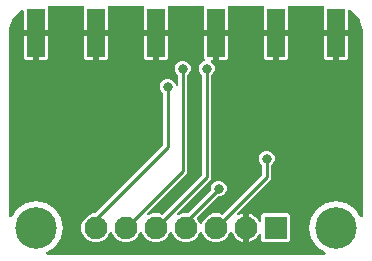
<source format=gbr>
G04 EAGLE Gerber RS-274X export*
G75*
%MOMM*%
%FSLAX34Y34*%
%LPD*%
%INBottom Copper*%
%IPPOS*%
%AMOC8*
5,1,8,0,0,1.08239X$1,22.5*%
G01*
%ADD10R,1.524000X4.064000*%
%ADD11C,3.516000*%
%ADD12R,1.930400X1.930400*%
%ADD13C,1.930400*%
%ADD14C,0.800100*%
%ADD15C,0.254000*%

G36*
X269500Y2554D02*
X269500Y2554D01*
X269604Y2558D01*
X269657Y2574D01*
X269711Y2581D01*
X269808Y2619D01*
X269909Y2649D01*
X269956Y2677D01*
X270007Y2698D01*
X270092Y2759D01*
X270181Y2813D01*
X270220Y2852D01*
X270264Y2884D01*
X270331Y2965D01*
X270404Y3039D01*
X270432Y3087D01*
X270467Y3129D01*
X270512Y3224D01*
X270564Y3314D01*
X270579Y3367D01*
X270603Y3417D01*
X270622Y3520D01*
X270651Y3620D01*
X270652Y3675D01*
X270663Y3729D01*
X270656Y3834D01*
X270659Y3938D01*
X270646Y3992D01*
X270643Y4047D01*
X270611Y4146D01*
X270587Y4248D01*
X270562Y4297D01*
X270545Y4349D01*
X270489Y4438D01*
X270441Y4530D01*
X270404Y4572D01*
X270375Y4618D01*
X270299Y4690D01*
X270229Y4768D01*
X270159Y4821D01*
X270143Y4836D01*
X270130Y4843D01*
X270101Y4865D01*
X263366Y9366D01*
X258450Y16722D01*
X256724Y25400D01*
X258450Y34078D01*
X263366Y41434D01*
X270722Y46350D01*
X279400Y48076D01*
X288078Y46350D01*
X295434Y41434D01*
X299935Y34699D01*
X300003Y34620D01*
X300064Y34535D01*
X300107Y34500D01*
X300143Y34459D01*
X300229Y34399D01*
X300309Y34333D01*
X300359Y34309D01*
X300405Y34278D01*
X300503Y34242D01*
X300597Y34197D01*
X300651Y34187D01*
X300703Y34168D01*
X300807Y34157D01*
X300910Y34137D01*
X300965Y34141D01*
X301019Y34135D01*
X301123Y34151D01*
X301227Y34157D01*
X301279Y34174D01*
X301334Y34182D01*
X301430Y34223D01*
X301529Y34255D01*
X301576Y34285D01*
X301627Y34306D01*
X301710Y34369D01*
X301798Y34425D01*
X301836Y34465D01*
X301880Y34499D01*
X301945Y34581D01*
X302016Y34657D01*
X302043Y34705D01*
X302077Y34748D01*
X302119Y34844D01*
X302170Y34935D01*
X302183Y34989D01*
X302206Y35039D01*
X302223Y35142D01*
X302249Y35243D01*
X302255Y35331D01*
X302258Y35353D01*
X302257Y35368D01*
X302259Y35404D01*
X302259Y190500D01*
X302257Y190522D01*
X302255Y190600D01*
X301990Y193977D01*
X301976Y194045D01*
X301971Y194114D01*
X301931Y194270D01*
X299844Y200694D01*
X299794Y200801D01*
X299750Y200912D01*
X299717Y200963D01*
X299709Y200982D01*
X299696Y200997D01*
X299664Y201048D01*
X295693Y206512D01*
X295612Y206599D01*
X295536Y206691D01*
X295490Y206729D01*
X295476Y206744D01*
X295458Y206755D01*
X295412Y206793D01*
X291576Y209581D01*
X291541Y209600D01*
X291511Y209625D01*
X291402Y209676D01*
X291297Y209734D01*
X291259Y209744D01*
X291223Y209761D01*
X291106Y209783D01*
X290989Y209813D01*
X290949Y209813D01*
X290910Y209820D01*
X290791Y209813D01*
X290671Y209813D01*
X290633Y209803D01*
X290593Y209801D01*
X290479Y209764D01*
X290363Y209734D01*
X290328Y209715D01*
X290291Y209703D01*
X290189Y209639D01*
X290084Y209581D01*
X290055Y209554D01*
X290022Y209533D01*
X289940Y209445D01*
X289853Y209363D01*
X289831Y209330D01*
X289804Y209301D01*
X289746Y209196D01*
X289682Y209095D01*
X289670Y209057D01*
X289650Y209022D01*
X289621Y208907D01*
X289583Y208793D01*
X289581Y208753D01*
X289571Y208714D01*
X289561Y208554D01*
X289561Y193039D01*
X280670Y193039D01*
X280552Y193024D01*
X280433Y193017D01*
X280395Y193004D01*
X280355Y192999D01*
X280244Y192955D01*
X280131Y192919D01*
X280096Y192897D01*
X280059Y192882D01*
X279963Y192812D01*
X279862Y192749D01*
X279834Y192719D01*
X279802Y192695D01*
X279726Y192604D01*
X279644Y192517D01*
X279625Y192482D01*
X279599Y192450D01*
X279548Y192343D01*
X279491Y192239D01*
X279480Y192199D01*
X279463Y192163D01*
X279441Y192046D01*
X279411Y191931D01*
X279407Y191870D01*
X279403Y191850D01*
X279405Y191830D01*
X279401Y191770D01*
X279401Y190499D01*
X279399Y190499D01*
X279399Y191770D01*
X279384Y191888D01*
X279377Y192007D01*
X279364Y192045D01*
X279359Y192085D01*
X279315Y192196D01*
X279279Y192309D01*
X279257Y192344D01*
X279242Y192381D01*
X279172Y192477D01*
X279109Y192578D01*
X279079Y192606D01*
X279055Y192638D01*
X278964Y192714D01*
X278877Y192796D01*
X278842Y192815D01*
X278810Y192841D01*
X278703Y192892D01*
X278599Y192949D01*
X278559Y192960D01*
X278523Y192977D01*
X278406Y192999D01*
X278291Y193029D01*
X278230Y193033D01*
X278210Y193037D01*
X278190Y193035D01*
X278130Y193039D01*
X269239Y193039D01*
X269239Y211154D01*
X269402Y211761D01*
X269419Y211886D01*
X269443Y212010D01*
X269441Y212043D01*
X269445Y212077D01*
X269431Y212202D01*
X269423Y212327D01*
X269412Y212359D01*
X269409Y212392D01*
X269364Y212510D01*
X269325Y212629D01*
X269307Y212658D01*
X269295Y212689D01*
X269222Y212792D01*
X269155Y212898D01*
X269130Y212921D01*
X269111Y212949D01*
X269015Y213030D01*
X268923Y213116D01*
X268894Y213132D01*
X268868Y213154D01*
X268755Y213209D01*
X268645Y213270D01*
X268612Y213278D01*
X268582Y213293D01*
X268458Y213318D01*
X268337Y213349D01*
X268288Y213352D01*
X268270Y213356D01*
X268248Y213355D01*
X268176Y213359D01*
X239824Y213359D01*
X239699Y213344D01*
X239574Y213334D01*
X239542Y213324D01*
X239509Y213319D01*
X239392Y213273D01*
X239272Y213233D01*
X239244Y213215D01*
X239213Y213202D01*
X239111Y213129D01*
X239006Y213060D01*
X238983Y213035D01*
X238956Y213016D01*
X238875Y212919D01*
X238790Y212826D01*
X238774Y212797D01*
X238753Y212771D01*
X238699Y212657D01*
X238640Y212546D01*
X238632Y212513D01*
X238617Y212483D01*
X238594Y212359D01*
X238563Y212237D01*
X238564Y212204D01*
X238557Y212171D01*
X238565Y212045D01*
X238566Y211919D01*
X238576Y211871D01*
X238577Y211853D01*
X238584Y211833D01*
X238598Y211761D01*
X238761Y211154D01*
X238761Y193039D01*
X229870Y193039D01*
X229752Y193024D01*
X229633Y193017D01*
X229595Y193004D01*
X229555Y192999D01*
X229444Y192955D01*
X229331Y192919D01*
X229296Y192897D01*
X229259Y192882D01*
X229163Y192812D01*
X229062Y192749D01*
X229034Y192719D01*
X229002Y192695D01*
X228926Y192604D01*
X228844Y192517D01*
X228825Y192482D01*
X228799Y192450D01*
X228748Y192343D01*
X228691Y192239D01*
X228680Y192199D01*
X228663Y192163D01*
X228641Y192046D01*
X228611Y191931D01*
X228607Y191870D01*
X228603Y191850D01*
X228605Y191830D01*
X228601Y191770D01*
X228601Y190499D01*
X228599Y190499D01*
X228599Y191770D01*
X228584Y191888D01*
X228577Y192007D01*
X228564Y192045D01*
X228559Y192085D01*
X228515Y192196D01*
X228479Y192309D01*
X228457Y192344D01*
X228442Y192381D01*
X228372Y192477D01*
X228309Y192578D01*
X228279Y192606D01*
X228255Y192638D01*
X228164Y192714D01*
X228077Y192796D01*
X228042Y192815D01*
X228010Y192841D01*
X227903Y192892D01*
X227799Y192949D01*
X227759Y192960D01*
X227723Y192977D01*
X227606Y192999D01*
X227491Y193029D01*
X227430Y193033D01*
X227410Y193037D01*
X227390Y193035D01*
X227330Y193039D01*
X218439Y193039D01*
X218439Y211154D01*
X218602Y211761D01*
X218619Y211886D01*
X218643Y212010D01*
X218641Y212043D01*
X218645Y212077D01*
X218631Y212202D01*
X218623Y212327D01*
X218612Y212359D01*
X218609Y212392D01*
X218564Y212510D01*
X218525Y212629D01*
X218507Y212658D01*
X218495Y212689D01*
X218422Y212792D01*
X218355Y212898D01*
X218330Y212921D01*
X218311Y212949D01*
X218215Y213030D01*
X218123Y213116D01*
X218094Y213132D01*
X218068Y213154D01*
X217955Y213209D01*
X217845Y213270D01*
X217812Y213278D01*
X217782Y213293D01*
X217658Y213318D01*
X217537Y213349D01*
X217488Y213352D01*
X217470Y213356D01*
X217448Y213355D01*
X217376Y213359D01*
X189024Y213359D01*
X188899Y213343D01*
X188774Y213334D01*
X188742Y213324D01*
X188709Y213319D01*
X188591Y213273D01*
X188472Y213233D01*
X188444Y213215D01*
X188413Y213202D01*
X188311Y213128D01*
X188206Y213060D01*
X188183Y213035D01*
X188155Y213016D01*
X188075Y212919D01*
X187990Y212826D01*
X187974Y212797D01*
X187953Y212771D01*
X187899Y212657D01*
X187840Y212546D01*
X187831Y212513D01*
X187817Y212483D01*
X187794Y212360D01*
X187763Y212237D01*
X187764Y212204D01*
X187757Y212171D01*
X187765Y212045D01*
X187766Y211919D01*
X187776Y211871D01*
X187777Y211853D01*
X187784Y211833D01*
X187798Y211761D01*
X187961Y211155D01*
X187961Y193039D01*
X179070Y193039D01*
X178952Y193024D01*
X178833Y193017D01*
X178795Y193004D01*
X178755Y192999D01*
X178644Y192955D01*
X178531Y192919D01*
X178496Y192897D01*
X178459Y192882D01*
X178363Y192812D01*
X178262Y192749D01*
X178234Y192719D01*
X178202Y192695D01*
X178126Y192604D01*
X178044Y192517D01*
X178025Y192482D01*
X177999Y192450D01*
X177948Y192343D01*
X177891Y192239D01*
X177880Y192199D01*
X177863Y192163D01*
X177841Y192046D01*
X177811Y191931D01*
X177807Y191870D01*
X177803Y191850D01*
X177805Y191830D01*
X177801Y191770D01*
X177801Y190499D01*
X177799Y190499D01*
X177799Y191770D01*
X177784Y191888D01*
X177777Y192007D01*
X177764Y192045D01*
X177759Y192085D01*
X177715Y192196D01*
X177679Y192309D01*
X177657Y192344D01*
X177642Y192381D01*
X177572Y192477D01*
X177509Y192578D01*
X177479Y192606D01*
X177455Y192638D01*
X177364Y192714D01*
X177277Y192796D01*
X177242Y192815D01*
X177210Y192841D01*
X177103Y192892D01*
X176999Y192949D01*
X176959Y192960D01*
X176923Y192977D01*
X176806Y192999D01*
X176691Y193029D01*
X176630Y193033D01*
X176610Y193037D01*
X176590Y193035D01*
X176530Y193039D01*
X167639Y193039D01*
X167639Y211155D01*
X167802Y211761D01*
X167819Y211886D01*
X167843Y212010D01*
X167841Y212043D01*
X167845Y212077D01*
X167831Y212202D01*
X167823Y212327D01*
X167813Y212359D01*
X167809Y212392D01*
X167764Y212510D01*
X167725Y212629D01*
X167707Y212658D01*
X167695Y212689D01*
X167622Y212792D01*
X167555Y212898D01*
X167530Y212921D01*
X167511Y212949D01*
X167415Y213030D01*
X167323Y213116D01*
X167294Y213132D01*
X167268Y213154D01*
X167154Y213209D01*
X167045Y213270D01*
X167012Y213278D01*
X166982Y213293D01*
X166858Y213318D01*
X166737Y213349D01*
X166688Y213352D01*
X166670Y213356D01*
X166648Y213355D01*
X166576Y213359D01*
X138224Y213359D01*
X138099Y213344D01*
X137974Y213334D01*
X137942Y213324D01*
X137909Y213319D01*
X137792Y213273D01*
X137672Y213233D01*
X137644Y213215D01*
X137613Y213202D01*
X137511Y213129D01*
X137406Y213060D01*
X137383Y213035D01*
X137356Y213016D01*
X137275Y212919D01*
X137190Y212826D01*
X137174Y212797D01*
X137153Y212771D01*
X137099Y212657D01*
X137040Y212546D01*
X137032Y212513D01*
X137017Y212483D01*
X136994Y212359D01*
X136963Y212237D01*
X136964Y212204D01*
X136957Y212171D01*
X136965Y212045D01*
X136966Y211919D01*
X136976Y211871D01*
X136977Y211853D01*
X136984Y211833D01*
X136998Y211761D01*
X137161Y211154D01*
X137161Y193039D01*
X128270Y193039D01*
X128152Y193024D01*
X128033Y193017D01*
X127995Y193004D01*
X127955Y192999D01*
X127844Y192955D01*
X127731Y192919D01*
X127696Y192897D01*
X127659Y192882D01*
X127563Y192812D01*
X127462Y192749D01*
X127434Y192719D01*
X127402Y192695D01*
X127326Y192604D01*
X127244Y192517D01*
X127225Y192482D01*
X127199Y192450D01*
X127148Y192343D01*
X127091Y192239D01*
X127080Y192199D01*
X127063Y192163D01*
X127041Y192046D01*
X127011Y191931D01*
X127007Y191870D01*
X127003Y191850D01*
X127005Y191830D01*
X127001Y191770D01*
X127001Y190499D01*
X126999Y190499D01*
X126999Y191770D01*
X126984Y191888D01*
X126977Y192007D01*
X126964Y192045D01*
X126959Y192085D01*
X126915Y192196D01*
X126879Y192309D01*
X126857Y192344D01*
X126842Y192381D01*
X126772Y192477D01*
X126709Y192578D01*
X126679Y192606D01*
X126655Y192638D01*
X126564Y192714D01*
X126477Y192796D01*
X126442Y192815D01*
X126410Y192841D01*
X126303Y192892D01*
X126199Y192949D01*
X126159Y192960D01*
X126123Y192977D01*
X126006Y192999D01*
X125891Y193029D01*
X125830Y193033D01*
X125810Y193037D01*
X125790Y193035D01*
X125730Y193039D01*
X116839Y193039D01*
X116839Y211155D01*
X117002Y211761D01*
X117019Y211886D01*
X117043Y212010D01*
X117041Y212043D01*
X117045Y212077D01*
X117031Y212202D01*
X117023Y212327D01*
X117013Y212359D01*
X117009Y212392D01*
X116964Y212510D01*
X116925Y212629D01*
X116907Y212658D01*
X116895Y212689D01*
X116822Y212792D01*
X116755Y212898D01*
X116730Y212921D01*
X116711Y212949D01*
X116615Y213030D01*
X116523Y213116D01*
X116494Y213132D01*
X116468Y213154D01*
X116354Y213209D01*
X116245Y213270D01*
X116212Y213278D01*
X116182Y213293D01*
X116058Y213318D01*
X115937Y213349D01*
X115888Y213352D01*
X115870Y213356D01*
X115848Y213355D01*
X115776Y213359D01*
X87424Y213359D01*
X87299Y213343D01*
X87174Y213334D01*
X87142Y213324D01*
X87109Y213319D01*
X86991Y213273D01*
X86872Y213233D01*
X86844Y213215D01*
X86813Y213202D01*
X86711Y213128D01*
X86606Y213060D01*
X86583Y213035D01*
X86555Y213016D01*
X86475Y212919D01*
X86390Y212826D01*
X86374Y212797D01*
X86353Y212771D01*
X86299Y212657D01*
X86240Y212546D01*
X86231Y212513D01*
X86217Y212483D01*
X86194Y212360D01*
X86163Y212237D01*
X86164Y212204D01*
X86157Y212171D01*
X86165Y212045D01*
X86166Y211919D01*
X86176Y211871D01*
X86177Y211853D01*
X86184Y211833D01*
X86198Y211761D01*
X86361Y211155D01*
X86361Y193039D01*
X77470Y193039D01*
X77352Y193024D01*
X77233Y193017D01*
X77195Y193004D01*
X77155Y192999D01*
X77044Y192955D01*
X76931Y192919D01*
X76896Y192897D01*
X76859Y192882D01*
X76763Y192812D01*
X76662Y192749D01*
X76634Y192719D01*
X76602Y192695D01*
X76526Y192604D01*
X76444Y192517D01*
X76425Y192482D01*
X76399Y192450D01*
X76348Y192343D01*
X76291Y192239D01*
X76280Y192199D01*
X76263Y192163D01*
X76241Y192046D01*
X76211Y191931D01*
X76207Y191870D01*
X76203Y191850D01*
X76205Y191830D01*
X76201Y191770D01*
X76201Y190499D01*
X76199Y190499D01*
X76199Y191770D01*
X76184Y191888D01*
X76177Y192007D01*
X76164Y192045D01*
X76159Y192085D01*
X76115Y192196D01*
X76079Y192309D01*
X76057Y192344D01*
X76042Y192381D01*
X75972Y192477D01*
X75909Y192578D01*
X75879Y192606D01*
X75855Y192638D01*
X75764Y192714D01*
X75677Y192796D01*
X75642Y192815D01*
X75610Y192841D01*
X75503Y192892D01*
X75399Y192949D01*
X75359Y192960D01*
X75323Y192977D01*
X75206Y192999D01*
X75091Y193029D01*
X75030Y193033D01*
X75010Y193037D01*
X74990Y193035D01*
X74930Y193039D01*
X66039Y193039D01*
X66039Y211155D01*
X66202Y211761D01*
X66219Y211886D01*
X66243Y212010D01*
X66241Y212043D01*
X66245Y212077D01*
X66231Y212202D01*
X66223Y212327D01*
X66213Y212359D01*
X66209Y212392D01*
X66164Y212510D01*
X66125Y212629D01*
X66107Y212658D01*
X66095Y212689D01*
X66022Y212792D01*
X65955Y212898D01*
X65930Y212921D01*
X65911Y212949D01*
X65815Y213030D01*
X65723Y213116D01*
X65694Y213132D01*
X65668Y213154D01*
X65554Y213209D01*
X65445Y213270D01*
X65412Y213278D01*
X65382Y213293D01*
X65258Y213318D01*
X65137Y213349D01*
X65088Y213352D01*
X65070Y213356D01*
X65048Y213355D01*
X64976Y213359D01*
X36624Y213359D01*
X36499Y213343D01*
X36374Y213334D01*
X36342Y213324D01*
X36309Y213319D01*
X36191Y213273D01*
X36072Y213233D01*
X36044Y213215D01*
X36013Y213202D01*
X35911Y213128D01*
X35806Y213060D01*
X35783Y213035D01*
X35755Y213016D01*
X35675Y212919D01*
X35590Y212826D01*
X35574Y212797D01*
X35553Y212771D01*
X35499Y212657D01*
X35440Y212546D01*
X35431Y212513D01*
X35417Y212483D01*
X35394Y212360D01*
X35363Y212237D01*
X35364Y212204D01*
X35357Y212171D01*
X35365Y212045D01*
X35366Y211919D01*
X35376Y211871D01*
X35377Y211853D01*
X35384Y211833D01*
X35398Y211761D01*
X35561Y211155D01*
X35561Y193039D01*
X26670Y193039D01*
X26552Y193024D01*
X26433Y193017D01*
X26395Y193004D01*
X26355Y192999D01*
X26244Y192955D01*
X26131Y192919D01*
X26096Y192897D01*
X26059Y192882D01*
X25963Y192812D01*
X25862Y192749D01*
X25834Y192719D01*
X25802Y192695D01*
X25726Y192604D01*
X25644Y192517D01*
X25625Y192482D01*
X25599Y192450D01*
X25548Y192343D01*
X25491Y192239D01*
X25480Y192199D01*
X25463Y192163D01*
X25441Y192046D01*
X25411Y191931D01*
X25407Y191870D01*
X25403Y191850D01*
X25405Y191830D01*
X25401Y191770D01*
X25401Y190499D01*
X25399Y190499D01*
X25399Y191770D01*
X25384Y191888D01*
X25377Y192007D01*
X25364Y192045D01*
X25359Y192085D01*
X25315Y192196D01*
X25279Y192309D01*
X25257Y192344D01*
X25242Y192381D01*
X25172Y192477D01*
X25109Y192578D01*
X25079Y192606D01*
X25055Y192638D01*
X24964Y192714D01*
X24877Y192796D01*
X24842Y192815D01*
X24810Y192841D01*
X24703Y192892D01*
X24599Y192949D01*
X24559Y192960D01*
X24523Y192977D01*
X24406Y192999D01*
X24291Y193029D01*
X24230Y193033D01*
X24210Y193037D01*
X24190Y193035D01*
X24130Y193039D01*
X15239Y193039D01*
X15239Y208554D01*
X15234Y208593D01*
X15237Y208633D01*
X15214Y208751D01*
X15199Y208869D01*
X15185Y208906D01*
X15177Y208945D01*
X15126Y209054D01*
X15082Y209165D01*
X15059Y209197D01*
X15042Y209233D01*
X14966Y209325D01*
X14896Y209422D01*
X14865Y209448D01*
X14840Y209478D01*
X14743Y209549D01*
X14651Y209625D01*
X14615Y209642D01*
X14582Y209666D01*
X14471Y209710D01*
X14363Y209761D01*
X14324Y209768D01*
X14287Y209783D01*
X14168Y209798D01*
X14051Y209821D01*
X14011Y209818D01*
X13971Y209823D01*
X13852Y209808D01*
X13733Y209801D01*
X13695Y209789D01*
X13656Y209784D01*
X13544Y209740D01*
X13431Y209703D01*
X13397Y209681D01*
X13360Y209667D01*
X13224Y209581D01*
X9387Y206793D01*
X9301Y206712D01*
X9209Y206636D01*
X9171Y206590D01*
X9156Y206576D01*
X9145Y206558D01*
X9107Y206512D01*
X5136Y201048D01*
X5079Y200944D01*
X5015Y200844D01*
X4993Y200787D01*
X4983Y200769D01*
X4978Y200749D01*
X4956Y200694D01*
X2869Y194270D01*
X2856Y194202D01*
X2833Y194136D01*
X2810Y193977D01*
X2545Y190600D01*
X2546Y190578D01*
X2541Y190500D01*
X2541Y35404D01*
X2554Y35300D01*
X2558Y35196D01*
X2574Y35143D01*
X2581Y35089D01*
X2619Y34992D01*
X2649Y34891D01*
X2677Y34844D01*
X2698Y34793D01*
X2759Y34708D01*
X2813Y34619D01*
X2852Y34580D01*
X2884Y34535D01*
X2965Y34469D01*
X3039Y34396D01*
X3087Y34368D01*
X3129Y34333D01*
X3224Y34288D01*
X3314Y34236D01*
X3367Y34221D01*
X3417Y34197D01*
X3520Y34178D01*
X3620Y34149D01*
X3675Y34148D01*
X3729Y34137D01*
X3834Y34144D01*
X3938Y34141D01*
X3992Y34154D01*
X4047Y34157D01*
X4146Y34189D01*
X4248Y34213D01*
X4297Y34238D01*
X4349Y34255D01*
X4438Y34311D01*
X4530Y34359D01*
X4572Y34396D01*
X4618Y34425D01*
X4690Y34501D01*
X4768Y34571D01*
X4821Y34641D01*
X4836Y34657D01*
X4843Y34670D01*
X4865Y34699D01*
X9366Y41434D01*
X16722Y46350D01*
X25400Y48076D01*
X34078Y46350D01*
X41434Y41434D01*
X46350Y34078D01*
X48076Y25400D01*
X46350Y16722D01*
X41434Y9366D01*
X34699Y4865D01*
X34620Y4797D01*
X34536Y4736D01*
X34500Y4693D01*
X34459Y4657D01*
X34399Y4571D01*
X34333Y4491D01*
X34309Y4441D01*
X34278Y4395D01*
X34242Y4297D01*
X34197Y4203D01*
X34187Y4149D01*
X34168Y4097D01*
X34157Y3993D01*
X34137Y3890D01*
X34141Y3835D01*
X34135Y3781D01*
X34151Y3677D01*
X34157Y3573D01*
X34174Y3521D01*
X34182Y3466D01*
X34223Y3370D01*
X34255Y3271D01*
X34285Y3224D01*
X34306Y3173D01*
X34369Y3090D01*
X34425Y3002D01*
X34465Y2964D01*
X34499Y2920D01*
X34581Y2855D01*
X34657Y2784D01*
X34705Y2757D01*
X34748Y2723D01*
X34844Y2681D01*
X34935Y2630D01*
X34989Y2617D01*
X35039Y2594D01*
X35142Y2577D01*
X35243Y2551D01*
X35332Y2545D01*
X35353Y2542D01*
X35368Y2543D01*
X35404Y2541D01*
X269396Y2541D01*
X269500Y2554D01*
G37*
%LPC*%
G36*
X73775Y13207D02*
X73775Y13207D01*
X69293Y15063D01*
X65863Y18493D01*
X64007Y22975D01*
X64007Y27825D01*
X65863Y32307D01*
X69293Y35737D01*
X73775Y37593D01*
X74858Y37593D01*
X74956Y37605D01*
X75055Y37608D01*
X75113Y37625D01*
X75173Y37633D01*
X75265Y37669D01*
X75361Y37697D01*
X75413Y37727D01*
X75469Y37750D01*
X75549Y37808D01*
X75634Y37858D01*
X75710Y37924D01*
X75726Y37936D01*
X75734Y37946D01*
X75755Y37964D01*
X132978Y95187D01*
X133038Y95265D01*
X133106Y95337D01*
X133135Y95390D01*
X133172Y95438D01*
X133212Y95529D01*
X133260Y95616D01*
X133275Y95674D01*
X133299Y95730D01*
X133314Y95828D01*
X133339Y95924D01*
X133345Y96024D01*
X133349Y96044D01*
X133347Y96056D01*
X133349Y96084D01*
X133349Y138814D01*
X133337Y138912D01*
X133334Y139011D01*
X133317Y139070D01*
X133309Y139130D01*
X133273Y139222D01*
X133245Y139317D01*
X133215Y139369D01*
X133192Y139425D01*
X133134Y139506D01*
X133084Y139591D01*
X133018Y139666D01*
X133006Y139683D01*
X132996Y139691D01*
X132978Y139712D01*
X131615Y141075D01*
X130619Y143479D01*
X130619Y146081D01*
X131615Y148485D01*
X133455Y150325D01*
X135859Y151321D01*
X138461Y151321D01*
X140865Y150325D01*
X142705Y148485D01*
X143687Y146115D01*
X143722Y146054D01*
X143748Y145989D01*
X143800Y145916D01*
X143845Y145838D01*
X143893Y145788D01*
X143934Y145732D01*
X144004Y145674D01*
X144066Y145610D01*
X144126Y145573D01*
X144179Y145529D01*
X144261Y145491D01*
X144337Y145444D01*
X144404Y145423D01*
X144467Y145393D01*
X144555Y145376D01*
X144641Y145350D01*
X144711Y145347D01*
X144780Y145334D01*
X144869Y145339D01*
X144959Y145335D01*
X145027Y145349D01*
X145097Y145353D01*
X145182Y145381D01*
X145270Y145399D01*
X145333Y145430D01*
X145399Y145451D01*
X145475Y145499D01*
X145556Y145539D01*
X145609Y145584D01*
X145668Y145621D01*
X145730Y145687D01*
X145798Y145745D01*
X145838Y145802D01*
X145886Y145853D01*
X145929Y145932D01*
X145981Y146005D01*
X146006Y146071D01*
X146040Y146132D01*
X146062Y146218D01*
X146094Y146303D01*
X146102Y146372D01*
X146119Y146440D01*
X146129Y146600D01*
X146129Y153974D01*
X146117Y154072D01*
X146114Y154171D01*
X146097Y154230D01*
X146089Y154290D01*
X146053Y154382D01*
X146025Y154477D01*
X145995Y154529D01*
X145972Y154585D01*
X145914Y154665D01*
X145864Y154751D01*
X145798Y154826D01*
X145786Y154843D01*
X145776Y154851D01*
X145758Y154872D01*
X144315Y156315D01*
X143319Y158719D01*
X143319Y161321D01*
X144315Y163725D01*
X146155Y165565D01*
X148559Y166561D01*
X151161Y166561D01*
X153565Y165565D01*
X155405Y163725D01*
X156401Y161321D01*
X156401Y158719D01*
X155405Y156315D01*
X154122Y155032D01*
X154062Y154953D01*
X153994Y154881D01*
X153965Y154828D01*
X153928Y154780D01*
X153888Y154690D01*
X153840Y154603D01*
X153825Y154544D01*
X153801Y154489D01*
X153786Y154391D01*
X153761Y154295D01*
X153755Y154195D01*
X153751Y154175D01*
X153753Y154162D01*
X153751Y154134D01*
X153751Y72162D01*
X119881Y38291D01*
X119838Y38236D01*
X119788Y38188D01*
X119741Y38111D01*
X119686Y38040D01*
X119658Y37976D01*
X119621Y37917D01*
X119595Y37831D01*
X119559Y37748D01*
X119548Y37679D01*
X119528Y37613D01*
X119524Y37523D01*
X119509Y37434D01*
X119516Y37365D01*
X119513Y37295D01*
X119531Y37207D01*
X119539Y37118D01*
X119563Y37052D01*
X119577Y36984D01*
X119616Y36903D01*
X119647Y36818D01*
X119686Y36761D01*
X119717Y36698D01*
X119775Y36629D01*
X119825Y36555D01*
X119878Y36509D01*
X119923Y36456D01*
X119997Y36404D01*
X120064Y36345D01*
X120126Y36313D01*
X120183Y36273D01*
X120267Y36241D01*
X120347Y36200D01*
X120415Y36185D01*
X120480Y36160D01*
X120570Y36150D01*
X120657Y36130D01*
X120727Y36133D01*
X120797Y36125D01*
X120886Y36137D01*
X120975Y36140D01*
X121042Y36159D01*
X121111Y36169D01*
X121264Y36221D01*
X124575Y37593D01*
X129425Y37593D01*
X131738Y36635D01*
X131766Y36627D01*
X131792Y36614D01*
X131919Y36585D01*
X132044Y36551D01*
X132074Y36551D01*
X132103Y36544D01*
X132232Y36548D01*
X132362Y36546D01*
X132391Y36553D01*
X132421Y36554D01*
X132545Y36590D01*
X132672Y36620D01*
X132698Y36634D01*
X132726Y36642D01*
X132838Y36708D01*
X132953Y36769D01*
X132975Y36789D01*
X133000Y36804D01*
X133121Y36910D01*
X165998Y69787D01*
X166058Y69865D01*
X166126Y69937D01*
X166155Y69990D01*
X166192Y70038D01*
X166232Y70129D01*
X166280Y70216D01*
X166295Y70274D01*
X166319Y70330D01*
X166334Y70428D01*
X166359Y70524D01*
X166365Y70624D01*
X166369Y70644D01*
X166367Y70656D01*
X166369Y70684D01*
X166369Y154054D01*
X166357Y154152D01*
X166354Y154251D01*
X166337Y154310D01*
X166329Y154370D01*
X166293Y154462D01*
X166265Y154557D01*
X166235Y154609D01*
X166212Y154665D01*
X166154Y154745D01*
X166104Y154831D01*
X166038Y154906D01*
X166026Y154923D01*
X166016Y154931D01*
X165998Y154952D01*
X164635Y156315D01*
X163639Y158719D01*
X163639Y161321D01*
X164635Y163725D01*
X166475Y165565D01*
X168062Y166223D01*
X168105Y166248D01*
X168152Y166264D01*
X168243Y166326D01*
X168338Y166380D01*
X168374Y166415D01*
X168415Y166443D01*
X168488Y166525D01*
X168567Y166602D01*
X168593Y166644D01*
X168626Y166681D01*
X168676Y166779D01*
X168733Y166873D01*
X168748Y166920D01*
X168770Y166965D01*
X168794Y167072D01*
X168827Y167177D01*
X168829Y167226D01*
X168840Y167275D01*
X168837Y167385D01*
X168842Y167494D01*
X168832Y167543D01*
X168830Y167593D01*
X168800Y167698D01*
X168777Y167806D01*
X168756Y167851D01*
X168742Y167898D01*
X168686Y167993D01*
X168638Y168092D01*
X168605Y168129D01*
X168580Y168172D01*
X168474Y168293D01*
X168147Y168620D01*
X167812Y169199D01*
X167639Y169846D01*
X167639Y187961D01*
X175261Y187961D01*
X175261Y167639D01*
X174876Y167639D01*
X174738Y167622D01*
X174599Y167609D01*
X174580Y167602D01*
X174560Y167599D01*
X174431Y167548D01*
X174300Y167501D01*
X174283Y167490D01*
X174264Y167482D01*
X174152Y167400D01*
X174037Y167323D01*
X174024Y167307D01*
X174007Y167296D01*
X173918Y167188D01*
X173826Y167084D01*
X173817Y167066D01*
X173804Y167051D01*
X173745Y166925D01*
X173682Y166801D01*
X173677Y166781D01*
X173669Y166763D01*
X173642Y166626D01*
X173612Y166491D01*
X173613Y166470D01*
X173609Y166451D01*
X173618Y166312D01*
X173622Y166173D01*
X173627Y166153D01*
X173629Y166133D01*
X173671Y166001D01*
X173710Y165867D01*
X173721Y165850D01*
X173727Y165831D01*
X173801Y165713D01*
X173872Y165593D01*
X173890Y165572D01*
X173897Y165562D01*
X173912Y165548D01*
X173978Y165473D01*
X175725Y163725D01*
X176721Y161321D01*
X176721Y158719D01*
X175725Y156315D01*
X174362Y154952D01*
X174302Y154873D01*
X174234Y154801D01*
X174205Y154748D01*
X174168Y154700D01*
X174128Y154610D01*
X174080Y154523D01*
X174065Y154464D01*
X174041Y154409D01*
X174026Y154311D01*
X174001Y154215D01*
X173995Y154115D01*
X173991Y154095D01*
X173993Y154082D01*
X173991Y154054D01*
X173991Y67002D01*
X145281Y38291D01*
X145238Y38236D01*
X145188Y38188D01*
X145141Y38111D01*
X145086Y38040D01*
X145058Y37976D01*
X145021Y37917D01*
X144995Y37831D01*
X144959Y37748D01*
X144948Y37679D01*
X144928Y37613D01*
X144924Y37523D01*
X144909Y37434D01*
X144916Y37365D01*
X144913Y37295D01*
X144931Y37207D01*
X144939Y37118D01*
X144963Y37052D01*
X144977Y36984D01*
X145016Y36903D01*
X145047Y36818D01*
X145086Y36761D01*
X145117Y36698D01*
X145175Y36629D01*
X145225Y36555D01*
X145278Y36509D01*
X145323Y36456D01*
X145397Y36404D01*
X145464Y36345D01*
X145526Y36313D01*
X145583Y36273D01*
X145667Y36241D01*
X145747Y36200D01*
X145815Y36185D01*
X145880Y36160D01*
X145970Y36150D01*
X146057Y36130D01*
X146127Y36133D01*
X146197Y36125D01*
X146286Y36137D01*
X146375Y36140D01*
X146442Y36159D01*
X146511Y36169D01*
X146664Y36221D01*
X149975Y37593D01*
X153598Y37593D01*
X153696Y37605D01*
X153795Y37608D01*
X153853Y37625D01*
X153913Y37633D01*
X154005Y37669D01*
X154101Y37697D01*
X154153Y37727D01*
X154209Y37750D01*
X154289Y37808D01*
X154374Y37858D01*
X154450Y37924D01*
X154466Y37936D01*
X154474Y37946D01*
X154495Y37964D01*
X173427Y56896D01*
X173488Y56974D01*
X173556Y57047D01*
X173585Y57100D01*
X173622Y57147D01*
X173661Y57238D01*
X173709Y57325D01*
X173724Y57384D01*
X173748Y57439D01*
X173764Y57537D01*
X173789Y57633D01*
X173795Y57733D01*
X173798Y57753D01*
X173797Y57766D01*
X173799Y57794D01*
X173799Y59721D01*
X174795Y62125D01*
X176635Y63965D01*
X179039Y64961D01*
X181641Y64961D01*
X184045Y63965D01*
X185885Y62125D01*
X186881Y59721D01*
X186881Y57119D01*
X185885Y54715D01*
X184045Y52875D01*
X181641Y51879D01*
X179714Y51879D01*
X179616Y51866D01*
X179516Y51863D01*
X179458Y51847D01*
X179398Y51839D01*
X179306Y51802D01*
X179211Y51775D01*
X179159Y51744D01*
X179102Y51722D01*
X179022Y51664D01*
X178937Y51613D01*
X178862Y51547D01*
X178845Y51535D01*
X178837Y51526D01*
X178816Y51507D01*
X162074Y34764D01*
X162001Y34670D01*
X161922Y34581D01*
X161904Y34545D01*
X161879Y34513D01*
X161831Y34404D01*
X161777Y34298D01*
X161768Y34259D01*
X161752Y34221D01*
X161734Y34103D01*
X161708Y33988D01*
X161709Y33947D01*
X161703Y33907D01*
X161714Y33789D01*
X161717Y33670D01*
X161729Y33631D01*
X161732Y33591D01*
X161773Y33479D01*
X161806Y33364D01*
X161826Y33329D01*
X161840Y33291D01*
X161907Y33193D01*
X161967Y33090D01*
X162007Y33045D01*
X162019Y33028D01*
X162034Y33015D01*
X162074Y32969D01*
X162737Y32307D01*
X163927Y29432D01*
X163996Y29311D01*
X164061Y29188D01*
X164075Y29173D01*
X164085Y29155D01*
X164182Y29055D01*
X164275Y28953D01*
X164292Y28941D01*
X164306Y28927D01*
X164425Y28854D01*
X164541Y28778D01*
X164560Y28771D01*
X164577Y28761D01*
X164710Y28720D01*
X164842Y28675D01*
X164862Y28673D01*
X164881Y28667D01*
X165020Y28660D01*
X165159Y28649D01*
X165179Y28653D01*
X165199Y28652D01*
X165335Y28680D01*
X165472Y28704D01*
X165491Y28712D01*
X165510Y28716D01*
X165636Y28777D01*
X165762Y28834D01*
X165778Y28847D01*
X165796Y28856D01*
X165902Y28946D01*
X166010Y29033D01*
X166023Y29049D01*
X166038Y29062D01*
X166118Y29176D01*
X166202Y29287D01*
X166214Y29312D01*
X166221Y29322D01*
X166228Y29342D01*
X166273Y29432D01*
X167463Y32307D01*
X170893Y35737D01*
X175375Y37593D01*
X180225Y37593D01*
X182538Y36635D01*
X182566Y36627D01*
X182592Y36614D01*
X182719Y36585D01*
X182844Y36551D01*
X182874Y36551D01*
X182903Y36544D01*
X183032Y36548D01*
X183162Y36546D01*
X183191Y36553D01*
X183221Y36554D01*
X183345Y36590D01*
X183472Y36620D01*
X183498Y36634D01*
X183526Y36642D01*
X183638Y36708D01*
X183753Y36769D01*
X183775Y36789D01*
X183800Y36804D01*
X183921Y36910D01*
X216798Y69787D01*
X216858Y69865D01*
X216926Y69937D01*
X216955Y69990D01*
X216992Y70038D01*
X217032Y70129D01*
X217080Y70216D01*
X217095Y70274D01*
X217119Y70330D01*
X217134Y70428D01*
X217159Y70524D01*
X217165Y70624D01*
X217169Y70644D01*
X217167Y70656D01*
X217169Y70684D01*
X217169Y77854D01*
X217157Y77952D01*
X217154Y78051D01*
X217137Y78110D01*
X217129Y78170D01*
X217093Y78262D01*
X217065Y78357D01*
X217035Y78409D01*
X217012Y78465D01*
X216954Y78546D01*
X216904Y78631D01*
X216838Y78706D01*
X216826Y78723D01*
X216816Y78731D01*
X216798Y78752D01*
X215435Y80115D01*
X214439Y82519D01*
X214439Y85121D01*
X215435Y87525D01*
X217275Y89365D01*
X219679Y90361D01*
X222281Y90361D01*
X224685Y89365D01*
X226525Y87525D01*
X227521Y85121D01*
X227521Y82519D01*
X226525Y80115D01*
X225162Y78752D01*
X225102Y78673D01*
X225034Y78601D01*
X225005Y78548D01*
X224968Y78500D01*
X224928Y78410D01*
X224880Y78323D01*
X224865Y78264D01*
X224841Y78209D01*
X224826Y78111D01*
X224801Y78015D01*
X224795Y77915D01*
X224791Y77895D01*
X224793Y77882D01*
X224791Y77854D01*
X224791Y67002D01*
X195968Y38178D01*
X195894Y38084D01*
X195816Y37995D01*
X195797Y37959D01*
X195773Y37927D01*
X195725Y37818D01*
X195671Y37711D01*
X195662Y37672D01*
X195646Y37635D01*
X195628Y37517D01*
X195602Y37401D01*
X195603Y37361D01*
X195597Y37321D01*
X195608Y37202D01*
X195611Y37083D01*
X195623Y37045D01*
X195626Y37005D01*
X195667Y36892D01*
X195700Y36778D01*
X195720Y36743D01*
X195734Y36705D01*
X195801Y36606D01*
X195862Y36504D01*
X195890Y36475D01*
X195913Y36442D01*
X196002Y36363D01*
X196086Y36279D01*
X196121Y36258D01*
X196151Y36232D01*
X196257Y36177D01*
X196360Y36117D01*
X196398Y36105D01*
X196434Y36087D01*
X196551Y36061D01*
X196665Y36028D01*
X196705Y36026D01*
X196744Y36017D01*
X196864Y36021D01*
X196983Y36017D01*
X197022Y36026D01*
X197062Y36027D01*
X197177Y36060D01*
X197294Y36086D01*
X197348Y36110D01*
X197368Y36116D01*
X197385Y36126D01*
X197441Y36150D01*
X198520Y36699D01*
X200345Y37293D01*
X200701Y37349D01*
X200701Y26630D01*
X200716Y26512D01*
X200723Y26393D01*
X200735Y26355D01*
X200741Y26315D01*
X200784Y26204D01*
X200821Y26091D01*
X200843Y26057D01*
X200858Y26019D01*
X200927Y25923D01*
X200991Y25822D01*
X201021Y25794D01*
X201044Y25762D01*
X201136Y25686D01*
X201223Y25604D01*
X201258Y25585D01*
X201289Y25559D01*
X201397Y25508D01*
X201501Y25451D01*
X201541Y25441D01*
X201577Y25423D01*
X201684Y25403D01*
X201654Y25399D01*
X201544Y25355D01*
X201431Y25319D01*
X201396Y25297D01*
X201359Y25282D01*
X201262Y25212D01*
X201162Y25149D01*
X201134Y25119D01*
X201101Y25095D01*
X201025Y25004D01*
X200944Y24917D01*
X200924Y24882D01*
X200899Y24850D01*
X200848Y24743D01*
X200790Y24638D01*
X200780Y24599D01*
X200763Y24563D01*
X200741Y24446D01*
X200711Y24330D01*
X200707Y24270D01*
X200703Y24250D01*
X200705Y24230D01*
X200701Y24170D01*
X200701Y13451D01*
X200345Y13507D01*
X198520Y14101D01*
X196810Y14972D01*
X195257Y16100D01*
X193900Y17457D01*
X192772Y19010D01*
X191901Y20720D01*
X191714Y21292D01*
X191702Y21319D01*
X191695Y21349D01*
X191634Y21463D01*
X191579Y21580D01*
X191560Y21603D01*
X191546Y21630D01*
X191459Y21726D01*
X191376Y21825D01*
X191352Y21843D01*
X191332Y21865D01*
X191224Y21936D01*
X191119Y22012D01*
X191091Y22023D01*
X191066Y22040D01*
X190944Y22082D01*
X190823Y22130D01*
X190794Y22133D01*
X190766Y22143D01*
X190636Y22153D01*
X190508Y22170D01*
X190478Y22166D01*
X190449Y22168D01*
X190321Y22146D01*
X190192Y22130D01*
X190165Y22119D01*
X190135Y22114D01*
X190017Y22061D01*
X189897Y22013D01*
X189872Y21995D01*
X189845Y21983D01*
X189744Y21902D01*
X189639Y21826D01*
X189620Y21803D01*
X189597Y21785D01*
X189519Y21681D01*
X189436Y21581D01*
X189424Y21554D01*
X189406Y21531D01*
X189335Y21386D01*
X188137Y18493D01*
X184707Y15063D01*
X180225Y13207D01*
X175375Y13207D01*
X170893Y15063D01*
X167463Y18493D01*
X166273Y21368D01*
X166204Y21489D01*
X166139Y21612D01*
X166125Y21627D01*
X166115Y21645D01*
X166018Y21745D01*
X165925Y21847D01*
X165908Y21859D01*
X165894Y21873D01*
X165776Y21946D01*
X165659Y22022D01*
X165640Y22029D01*
X165623Y22039D01*
X165490Y22080D01*
X165358Y22125D01*
X165338Y22127D01*
X165319Y22133D01*
X165180Y22140D01*
X165041Y22151D01*
X165021Y22147D01*
X165001Y22148D01*
X164865Y22120D01*
X164728Y22096D01*
X164709Y22088D01*
X164690Y22084D01*
X164565Y22023D01*
X164438Y21966D01*
X164422Y21953D01*
X164404Y21944D01*
X164298Y21854D01*
X164190Y21767D01*
X164177Y21751D01*
X164162Y21738D01*
X164082Y21624D01*
X163998Y21513D01*
X163986Y21488D01*
X163979Y21478D01*
X163972Y21458D01*
X163927Y21368D01*
X162737Y18493D01*
X159307Y15063D01*
X154825Y13207D01*
X149975Y13207D01*
X145493Y15063D01*
X142063Y18493D01*
X140873Y21368D01*
X140804Y21489D01*
X140739Y21612D01*
X140725Y21627D01*
X140715Y21645D01*
X140618Y21745D01*
X140525Y21847D01*
X140508Y21859D01*
X140494Y21873D01*
X140376Y21946D01*
X140259Y22022D01*
X140240Y22029D01*
X140223Y22039D01*
X140090Y22080D01*
X139958Y22125D01*
X139938Y22127D01*
X139919Y22133D01*
X139780Y22140D01*
X139641Y22151D01*
X139621Y22147D01*
X139601Y22148D01*
X139465Y22120D01*
X139328Y22096D01*
X139309Y22088D01*
X139290Y22084D01*
X139165Y22023D01*
X139038Y21966D01*
X139022Y21953D01*
X139004Y21944D01*
X138898Y21854D01*
X138790Y21767D01*
X138777Y21751D01*
X138762Y21738D01*
X138682Y21624D01*
X138598Y21513D01*
X138586Y21488D01*
X138579Y21478D01*
X138572Y21458D01*
X138527Y21368D01*
X137337Y18493D01*
X133907Y15063D01*
X129425Y13207D01*
X124575Y13207D01*
X120093Y15063D01*
X116663Y18493D01*
X115473Y21368D01*
X115404Y21489D01*
X115339Y21612D01*
X115325Y21627D01*
X115315Y21645D01*
X115218Y21745D01*
X115125Y21847D01*
X115108Y21859D01*
X115094Y21873D01*
X114976Y21946D01*
X114859Y22022D01*
X114840Y22029D01*
X114823Y22039D01*
X114690Y22080D01*
X114558Y22125D01*
X114538Y22127D01*
X114519Y22133D01*
X114380Y22140D01*
X114241Y22151D01*
X114221Y22147D01*
X114201Y22148D01*
X114065Y22120D01*
X113928Y22096D01*
X113909Y22088D01*
X113890Y22084D01*
X113765Y22023D01*
X113638Y21966D01*
X113622Y21953D01*
X113604Y21944D01*
X113498Y21854D01*
X113390Y21767D01*
X113377Y21751D01*
X113362Y21738D01*
X113282Y21624D01*
X113198Y21513D01*
X113186Y21488D01*
X113179Y21478D01*
X113172Y21458D01*
X113127Y21368D01*
X111937Y18493D01*
X108507Y15063D01*
X104025Y13207D01*
X99175Y13207D01*
X94693Y15063D01*
X91263Y18493D01*
X90073Y21368D01*
X90004Y21489D01*
X89939Y21612D01*
X89925Y21627D01*
X89915Y21645D01*
X89818Y21745D01*
X89725Y21847D01*
X89708Y21859D01*
X89694Y21873D01*
X89576Y21946D01*
X89459Y22022D01*
X89440Y22029D01*
X89423Y22039D01*
X89290Y22080D01*
X89158Y22125D01*
X89138Y22127D01*
X89119Y22133D01*
X88980Y22140D01*
X88841Y22151D01*
X88821Y22147D01*
X88801Y22148D01*
X88665Y22120D01*
X88528Y22096D01*
X88509Y22088D01*
X88490Y22084D01*
X88365Y22023D01*
X88238Y21966D01*
X88222Y21953D01*
X88204Y21944D01*
X88098Y21854D01*
X87990Y21767D01*
X87977Y21751D01*
X87962Y21738D01*
X87882Y21624D01*
X87798Y21513D01*
X87786Y21488D01*
X87779Y21478D01*
X87772Y21458D01*
X87727Y21368D01*
X86537Y18493D01*
X83107Y15063D01*
X78625Y13207D01*
X73775Y13207D01*
G37*
%LPD*%
%LPC*%
G36*
X217896Y13207D02*
X217896Y13207D01*
X216407Y14696D01*
X216407Y19177D01*
X216405Y19197D01*
X216407Y19217D01*
X216385Y19354D01*
X216367Y19493D01*
X216360Y19511D01*
X216357Y19531D01*
X216302Y19659D01*
X216250Y19788D01*
X216239Y19804D01*
X216231Y19823D01*
X216145Y19933D01*
X216064Y20046D01*
X216048Y20058D01*
X216036Y20074D01*
X215926Y20160D01*
X215819Y20249D01*
X215801Y20257D01*
X215785Y20269D01*
X215657Y20325D01*
X215531Y20384D01*
X215511Y20388D01*
X215493Y20396D01*
X215355Y20418D01*
X215219Y20444D01*
X215199Y20443D01*
X215179Y20446D01*
X215040Y20433D01*
X214901Y20424D01*
X214882Y20418D01*
X214862Y20416D01*
X214731Y20369D01*
X214599Y20326D01*
X214582Y20315D01*
X214563Y20309D01*
X214448Y20230D01*
X214330Y20156D01*
X214316Y20141D01*
X214300Y20130D01*
X214207Y20026D01*
X214112Y19924D01*
X214102Y19907D01*
X214089Y19892D01*
X214007Y19753D01*
X213628Y19010D01*
X212500Y17457D01*
X211143Y16100D01*
X209590Y14972D01*
X207880Y14101D01*
X206055Y13507D01*
X205699Y13451D01*
X205699Y24170D01*
X205684Y24288D01*
X205677Y24407D01*
X205664Y24445D01*
X205659Y24485D01*
X205616Y24596D01*
X205579Y24709D01*
X205557Y24743D01*
X205542Y24781D01*
X205473Y24877D01*
X205409Y24978D01*
X205379Y25006D01*
X205356Y25038D01*
X205264Y25114D01*
X205177Y25196D01*
X205142Y25215D01*
X205111Y25241D01*
X205003Y25292D01*
X204899Y25349D01*
X204859Y25359D01*
X204823Y25377D01*
X204716Y25397D01*
X204746Y25401D01*
X204856Y25445D01*
X204969Y25481D01*
X205004Y25503D01*
X205041Y25518D01*
X205137Y25588D01*
X205238Y25651D01*
X205266Y25681D01*
X205299Y25705D01*
X205375Y25796D01*
X205456Y25883D01*
X205476Y25918D01*
X205501Y25950D01*
X205552Y26057D01*
X205610Y26162D01*
X205620Y26201D01*
X205637Y26237D01*
X205659Y26354D01*
X205689Y26470D01*
X205693Y26530D01*
X205697Y26550D01*
X205695Y26570D01*
X205697Y26576D01*
X205696Y26583D01*
X205699Y26630D01*
X205699Y37349D01*
X206055Y37293D01*
X207880Y36699D01*
X209590Y35828D01*
X211143Y34700D01*
X212500Y33343D01*
X213628Y31790D01*
X214007Y31047D01*
X214018Y31030D01*
X214026Y31012D01*
X214107Y30899D01*
X214186Y30784D01*
X214201Y30770D01*
X214212Y30754D01*
X214320Y30665D01*
X214424Y30573D01*
X214442Y30564D01*
X214457Y30552D01*
X214583Y30492D01*
X214708Y30429D01*
X214727Y30424D01*
X214745Y30416D01*
X214882Y30390D01*
X215018Y30359D01*
X215038Y30360D01*
X215058Y30356D01*
X215197Y30365D01*
X215336Y30369D01*
X215355Y30375D01*
X215375Y30376D01*
X215507Y30419D01*
X215641Y30458D01*
X215659Y30468D01*
X215677Y30474D01*
X215795Y30549D01*
X215915Y30619D01*
X215929Y30633D01*
X215946Y30644D01*
X216042Y30746D01*
X216140Y30844D01*
X216150Y30861D01*
X216164Y30876D01*
X216231Y30998D01*
X216302Y31118D01*
X216308Y31137D01*
X216318Y31154D01*
X216352Y31289D01*
X216391Y31423D01*
X216392Y31443D01*
X216397Y31462D01*
X216407Y31623D01*
X216407Y36104D01*
X217896Y37593D01*
X239304Y37593D01*
X240793Y36104D01*
X240793Y14696D01*
X239304Y13207D01*
X217896Y13207D01*
G37*
%LPD*%
%LPC*%
G36*
X281939Y167639D02*
X281939Y167639D01*
X281939Y187961D01*
X289561Y187961D01*
X289561Y169846D01*
X289388Y169199D01*
X289053Y168620D01*
X288580Y168147D01*
X288001Y167812D01*
X287354Y167639D01*
X281939Y167639D01*
G37*
%LPD*%
%LPC*%
G36*
X78739Y167639D02*
X78739Y167639D01*
X78739Y187961D01*
X86361Y187961D01*
X86361Y169846D01*
X86188Y169199D01*
X85853Y168620D01*
X85380Y168147D01*
X84801Y167812D01*
X84154Y167639D01*
X78739Y167639D01*
G37*
%LPD*%
%LPC*%
G36*
X231139Y167639D02*
X231139Y167639D01*
X231139Y187961D01*
X238761Y187961D01*
X238761Y169846D01*
X238588Y169199D01*
X238253Y168620D01*
X237780Y168147D01*
X237201Y167812D01*
X236554Y167639D01*
X231139Y167639D01*
G37*
%LPD*%
%LPC*%
G36*
X180339Y167639D02*
X180339Y167639D01*
X180339Y187961D01*
X187961Y187961D01*
X187961Y169846D01*
X187788Y169199D01*
X187453Y168620D01*
X186980Y168147D01*
X186401Y167812D01*
X185754Y167639D01*
X180339Y167639D01*
G37*
%LPD*%
%LPC*%
G36*
X129539Y167639D02*
X129539Y167639D01*
X129539Y187961D01*
X137161Y187961D01*
X137161Y169846D01*
X136988Y169199D01*
X136653Y168620D01*
X136180Y168147D01*
X135601Y167812D01*
X134954Y167639D01*
X129539Y167639D01*
G37*
%LPD*%
%LPC*%
G36*
X27939Y167639D02*
X27939Y167639D01*
X27939Y187961D01*
X35561Y187961D01*
X35561Y169846D01*
X35388Y169199D01*
X35053Y168620D01*
X34580Y168147D01*
X34001Y167812D01*
X33354Y167639D01*
X27939Y167639D01*
G37*
%LPD*%
%LPC*%
G36*
X271446Y167639D02*
X271446Y167639D01*
X270799Y167812D01*
X270220Y168147D01*
X269747Y168620D01*
X269412Y169199D01*
X269239Y169846D01*
X269239Y187961D01*
X276861Y187961D01*
X276861Y167639D01*
X271446Y167639D01*
G37*
%LPD*%
%LPC*%
G36*
X119046Y167639D02*
X119046Y167639D01*
X118399Y167812D01*
X117820Y168147D01*
X117347Y168620D01*
X117012Y169199D01*
X116839Y169846D01*
X116839Y187961D01*
X124461Y187961D01*
X124461Y167639D01*
X119046Y167639D01*
G37*
%LPD*%
%LPC*%
G36*
X220646Y167639D02*
X220646Y167639D01*
X219999Y167812D01*
X219420Y168147D01*
X218947Y168620D01*
X218612Y169199D01*
X218439Y169846D01*
X218439Y187961D01*
X226061Y187961D01*
X226061Y167639D01*
X220646Y167639D01*
G37*
%LPD*%
%LPC*%
G36*
X68246Y167639D02*
X68246Y167639D01*
X67599Y167812D01*
X67020Y168147D01*
X66547Y168620D01*
X66212Y169199D01*
X66039Y169846D01*
X66039Y187961D01*
X73661Y187961D01*
X73661Y167639D01*
X68246Y167639D01*
G37*
%LPD*%
%LPC*%
G36*
X17446Y167639D02*
X17446Y167639D01*
X16799Y167812D01*
X16220Y168147D01*
X15747Y168620D01*
X15412Y169199D01*
X15239Y169846D01*
X15239Y187961D01*
X22861Y187961D01*
X22861Y167639D01*
X17446Y167639D01*
G37*
%LPD*%
D10*
X76200Y190500D03*
X25400Y190500D03*
X177800Y190500D03*
X127000Y190500D03*
X279400Y190500D03*
X228600Y190500D03*
D11*
X279400Y25400D03*
X25400Y25400D03*
D12*
X228600Y25400D03*
D13*
X203200Y25400D03*
X177800Y25400D03*
X152400Y25400D03*
X127000Y25400D03*
X101600Y25400D03*
X76200Y25400D03*
D14*
X294640Y190500D03*
X210820Y190500D03*
X195580Y190500D03*
X109220Y190500D03*
X93980Y190500D03*
X10160Y190500D03*
X274320Y93980D03*
X160020Y124460D03*
D15*
X170180Y160020D02*
X170180Y68580D01*
D14*
X170180Y160020D03*
D15*
X170180Y68580D02*
X127000Y25400D01*
X149940Y73740D02*
X149940Y160020D01*
X149860Y160020D01*
D14*
X149860Y160020D03*
D15*
X149940Y73740D02*
X101600Y25400D01*
X137160Y93980D02*
X137160Y144780D01*
D14*
X137160Y144780D03*
D15*
X76200Y33020D02*
X76200Y25400D01*
X76200Y33020D02*
X137160Y93980D01*
D14*
X220980Y83820D03*
D15*
X220980Y68580D02*
X177800Y25400D01*
X220980Y68580D02*
X220980Y83820D01*
D14*
X180340Y58420D03*
D15*
X152400Y30480D02*
X152400Y25400D01*
X152400Y30480D02*
X180340Y58420D01*
M02*

</source>
